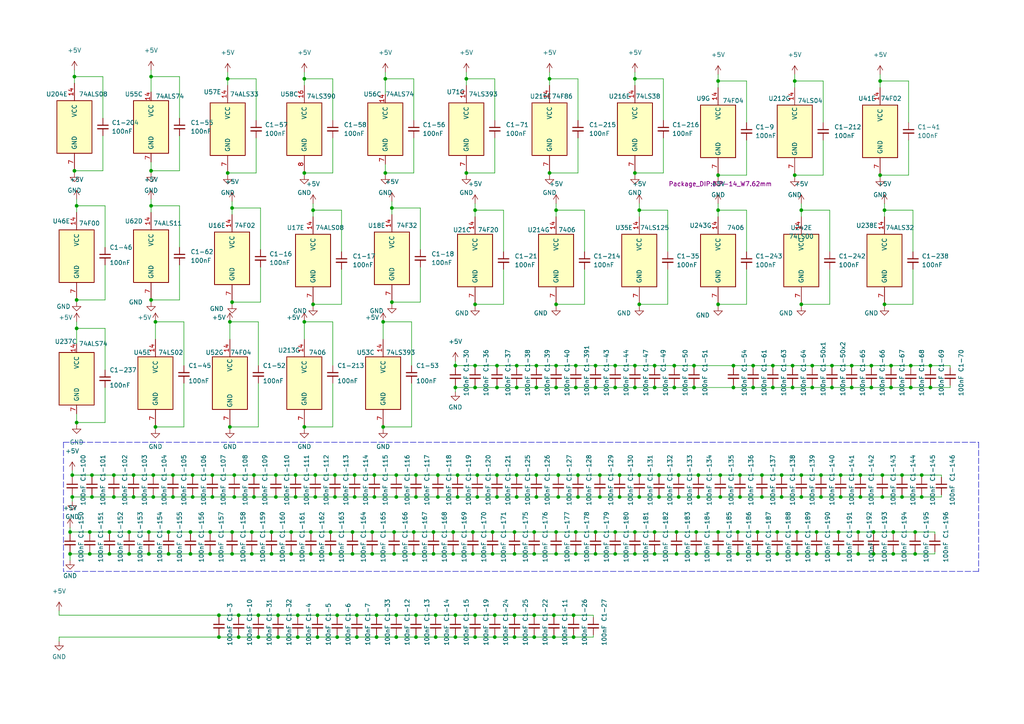
<source format=kicad_sch>
(kicad_sch (version 20211123) (generator eeschema)

  (uuid 89209114-3c9d-42db-9905-d42364e77851)

  (paper "A4")

  

  (junction (at 232.41 144.145) (diameter 0) (color 0 0 0 0)
    (uuid 000415c1-ae9e-4855-8af7-43d4477f5262)
  )
  (junction (at 167.005 106.045) (diameter 0) (color 0 0 0 0)
    (uuid 01157fbb-c337-472c-8822-6fa7dc147ac9)
  )
  (junction (at 20.955 144.145) (diameter 0) (color 0 0 0 0)
    (uuid 02ab2c87-49db-4844-a166-b62cc6aff27a)
  )
  (junction (at 189.865 160.655) (diameter 0) (color 0 0 0 0)
    (uuid 05d11909-1b1e-47c7-a9de-1577bc39a2e6)
  )
  (junction (at 90.17 154.305) (diameter 0) (color 0 0 0 0)
    (uuid 06d60902-51fb-41e1-98e8-8deec19d09a9)
  )
  (junction (at 43.815 49.53) (diameter 0) (color 0 0 0 0)
    (uuid 07be7741-063c-457b-81f7-67505cc82f79)
  )
  (junction (at 74.93 178.435) (diameter 0) (color 0 0 0 0)
    (uuid 08f7ce15-b71a-466e-b830-9f6d1bb74aff)
  )
  (junction (at 86.36 184.785) (diameter 0) (color 0 0 0 0)
    (uuid 0a0a31ae-2e35-4353-9a2b-b59f61370e27)
  )
  (junction (at 132.08 178.435) (diameter 0) (color 0 0 0 0)
    (uuid 0a6d79d2-4d34-4a22-8b6b-ea16ad3e8a4b)
  )
  (junction (at 50.165 137.795) (diameter 0) (color 0 0 0 0)
    (uuid 0a9fae74-8210-4fac-9578-269d58b32399)
  )
  (junction (at 88.265 93.345) (diameter 0) (color 0 0 0 0)
    (uuid 0bce0ed4-6ff6-4d7f-b16b-4315f8986793)
  )
  (junction (at 243.205 160.655) (diameter 0) (color 0 0 0 0)
    (uuid 0bf206b6-8acc-4a14-842a-2098d4e3a601)
  )
  (junction (at 20.955 137.795) (diameter 0) (color 0 0 0 0)
    (uuid 0dc24766-b227-48c8-8f3c-2a28370be71c)
  )
  (junction (at 178.435 106.045) (diameter 0) (color 0 0 0 0)
    (uuid 0ecc82c8-4e4d-4206-846d-c822a7e05093)
  )
  (junction (at 184.15 112.395) (diameter 0) (color 0 0 0 0)
    (uuid 1095af59-20e5-4be5-a7b9-ea44a2f58559)
  )
  (junction (at 247.015 112.395) (diameter 0) (color 0 0 0 0)
    (uuid 1156157d-9940-44d3-b402-8cdce6a85eef)
  )
  (junction (at 55.88 144.145) (diameter 0) (color 0 0 0 0)
    (uuid 119508ee-ff93-456e-be87-1bbefe42358c)
  )
  (junction (at 208.28 60.96) (diameter 0) (color 0 0 0 0)
    (uuid 11da7823-d103-4861-ab2c-077e234cef9d)
  )
  (junction (at 132.715 144.145) (diameter 0) (color 0 0 0 0)
    (uuid 13751425-9cc4-4c27-8132-a33c958dabee)
  )
  (junction (at 264.16 106.045) (diameter 0) (color 0 0 0 0)
    (uuid 14655a8a-50aa-4162-8157-4c77f9138b40)
  )
  (junction (at 235.585 106.045) (diameter 0) (color 0 0 0 0)
    (uuid 17fccac9-c343-48c6-96e1-7cc659a71533)
  )
  (junction (at 86.36 178.435) (diameter 0) (color 0 0 0 0)
    (uuid 18209702-9073-4cb9-b479-279712398e42)
  )
  (junction (at 184.15 154.305) (diameter 0) (color 0 0 0 0)
    (uuid 18d8b493-28b6-465c-8d8f-c4b7f36b89ea)
  )
  (junction (at 22.225 86.995) (diameter 0) (color 0 0 0 0)
    (uuid 193c30a7-193a-4684-a834-b965a6ad123f)
  )
  (junction (at 137.795 112.395) (diameter 0) (color 0 0 0 0)
    (uuid 19b49ac7-2432-46ca-8159-7a6bbade866b)
  )
  (junction (at 113.665 87.63) (diameter 0) (color 0 0 0 0)
    (uuid 1a0d134e-fea1-48d9-a927-53b56323a022)
  )
  (junction (at 256.54 60.96) (diameter 0) (color 0 0 0 0)
    (uuid 1a8f3dcb-e688-4575-8368-bf4d7e2ef7be)
  )
  (junction (at 225.425 154.305) (diameter 0) (color 0 0 0 0)
    (uuid 1b817cb6-8ef7-4984-9521-3866854fc196)
  )
  (junction (at 155.575 106.045) (diameter 0) (color 0 0 0 0)
    (uuid 1c6198a0-26d4-45e6-84af-b5a15084cb53)
  )
  (junction (at 21.59 49.53) (diameter 0) (color 0 0 0 0)
    (uuid 1d0efc31-f310-4b85-a5ac-77df1888a295)
  )
  (junction (at 173.99 144.145) (diameter 0) (color 0 0 0 0)
    (uuid 1d99b663-920e-4297-95d2-581375bd7074)
  )
  (junction (at 149.86 106.045) (diameter 0) (color 0 0 0 0)
    (uuid 1e863f98-0e91-4d9a-b786-d9ace0012601)
  )
  (junction (at 196.85 144.145) (diameter 0) (color 0 0 0 0)
    (uuid 20cdf252-8380-415e-9a8d-301f9a694f0e)
  )
  (junction (at 126.365 184.785) (diameter 0) (color 0 0 0 0)
    (uuid 224885b9-69f9-406a-9a21-337c871e29d3)
  )
  (junction (at 132.08 184.785) (diameter 0) (color 0 0 0 0)
    (uuid 23bdd0b6-9863-4985-839f-50d0ae19705b)
  )
  (junction (at 45.085 123.825) (diameter 0) (color 0 0 0 0)
    (uuid 26ab2cdd-08f1-44f6-85c9-4e07bfb3e9c5)
  )
  (junction (at 161.29 88.265) (diameter 0) (color 0 0 0 0)
    (uuid 28a88fae-9892-4706-83ed-3c5f7d790b12)
  )
  (junction (at 208.28 50.8) (diameter 0) (color 0 0 0 0)
    (uuid 2a04cf29-eded-46e3-b91d-60bb677eb710)
  )
  (junction (at 161.925 137.795) (diameter 0) (color 0 0 0 0)
    (uuid 2a45a63e-8794-43dc-a76c-8531c9c6ce4e)
  )
  (junction (at 137.795 178.435) (diameter 0) (color 0 0 0 0)
    (uuid 2acef3ed-aade-4e8b-ab8e-5835b3511060)
  )
  (junction (at 26.035 160.655) (diameter 0) (color 0 0 0 0)
    (uuid 2b34fb65-87e0-440e-babd-3ff87e4b2625)
  )
  (junction (at 43.815 22.225) (diameter 0) (color 0 0 0 0)
    (uuid 2d0442a3-a4eb-43f4-9630-9d6aa670af74)
  )
  (junction (at 232.41 88.265) (diameter 0) (color 0 0 0 0)
    (uuid 2e872e7f-8627-4c9a-8dd8-d10104f09ad2)
  )
  (junction (at 196.215 154.305) (diameter 0) (color 0 0 0 0)
    (uuid 2f0a47de-1547-4604-a407-1203764e381a)
  )
  (junction (at 85.725 144.145) (diameter 0) (color 0 0 0 0)
    (uuid 2f2930f3-1dce-4488-8c32-f38a299ffee9)
  )
  (junction (at 127 137.795) (diameter 0) (color 0 0 0 0)
    (uuid 315e70ec-949c-46e8-b3d5-09b854c511a4)
  )
  (junction (at 138.43 144.145) (diameter 0) (color 0 0 0 0)
    (uuid 31da1fd1-0656-4021-ac59-d282883f4308)
  )
  (junction (at 201.93 154.305) (diameter 0) (color 0 0 0 0)
    (uuid 322d409a-c751-4719-a7a8-5765668fd094)
  )
  (junction (at 66.675 123.825) (diameter 0) (color 0 0 0 0)
    (uuid 323325c8-7e65-40e6-aa47-020275522966)
  )
  (junction (at 61.595 144.145) (diameter 0) (color 0 0 0 0)
    (uuid 338d6c01-344a-4ea3-9668-37fcb84b8a23)
  )
  (junction (at 60.96 154.305) (diameter 0) (color 0 0 0 0)
    (uuid 33a18710-4675-4e3d-9cee-9fcf2de4b437)
  )
  (junction (at 50.165 144.145) (diameter 0) (color 0 0 0 0)
    (uuid 344eb9a9-4d8f-4eca-945c-2384738734a1)
  )
  (junction (at 44.45 137.795) (diameter 0) (color 0 0 0 0)
    (uuid 3526a73f-24c2-48f2-8dae-8666dbfd34a5)
  )
  (junction (at 114.935 184.785) (diameter 0) (color 0 0 0 0)
    (uuid 35dddb8c-7113-491d-a867-419b8e31b715)
  )
  (junction (at 73.66 144.145) (diameter 0) (color 0 0 0 0)
    (uuid 36208479-71e0-41be-8c65-3c8caef3cf79)
  )
  (junction (at 195.58 106.045) (diameter 0) (color 0 0 0 0)
    (uuid 36caba39-b83e-4f62-b708-ffbeb9903d12)
  )
  (junction (at 22.225 122.555) (diameter 0) (color 0 0 0 0)
    (uuid 375f9b0a-4573-4a8f-93bd-88c6c93ac79d)
  )
  (junction (at 20.32 154.305) (diameter 0) (color 0 0 0 0)
    (uuid 37dee533-07e7-47bd-b516-168f97e0bbaa)
  )
  (junction (at 113.665 60.325) (diameter 0) (color 0 0 0 0)
    (uuid 38dc00bd-35a3-48ec-a569-46be945ae416)
  )
  (junction (at 80.645 184.785) (diameter 0) (color 0 0 0 0)
    (uuid 391bfc18-42c2-485a-870a-4eb5ac27483e)
  )
  (junction (at 132.08 112.395) (diameter 0) (color 0 0 0 0)
    (uuid 3a0fef51-00ff-40a2-b4d4-6bad672eb56d)
  )
  (junction (at 43.18 154.305) (diameter 0) (color 0 0 0 0)
    (uuid 3a6b35fe-170d-44c7-adb6-27958bb6433b)
  )
  (junction (at 120.65 137.795) (diameter 0) (color 0 0 0 0)
    (uuid 3b4524c0-11af-41e6-98ce-9dcc5d4f8bad)
  )
  (junction (at 166.37 178.435) (diameter 0) (color 0 0 0 0)
    (uuid 3bc3b8ae-bd28-49aa-ba5b-c97bd02f3c33)
  )
  (junction (at 111.125 123.825) (diameter 0) (color 0 0 0 0)
    (uuid 3cbd5e53-6d33-40e8-86e5-2440b7dce558)
  )
  (junction (at 97.155 144.145) (diameter 0) (color 0 0 0 0)
    (uuid 3e3398c0-9695-47e5-91e4-a317d99a04e0)
  )
  (junction (at 80.01 137.795) (diameter 0) (color 0 0 0 0)
    (uuid 3e5fdb38-4d4a-4377-b482-41767bf21d51)
  )
  (junction (at 178.435 154.305) (diameter 0) (color 0 0 0 0)
    (uuid 40fbc253-0df7-4dc2-a0ef-07ffbd2bbda1)
  )
  (junction (at 149.225 160.655) (diameter 0) (color 0 0 0 0)
    (uuid 41a95a9e-8ae6-4bce-8e64-0a81cc98de17)
  )
  (junction (at 185.42 137.795) (diameter 0) (color 0 0 0 0)
    (uuid 41c0acb3-6614-4358-9e4c-c51ee9561c14)
  )
  (junction (at 230.505 23.495) (diameter 0) (color 0 0 0 0)
    (uuid 427d8fd4-05c3-4321-bd6b-4c4fe11874eb)
  )
  (junction (at 135.255 50.165) (diameter 0) (color 0 0 0 0)
    (uuid 42a37fda-8dfe-418e-a66c-e1731e5c82fb)
  )
  (junction (at 261.62 144.145) (diameter 0) (color 0 0 0 0)
    (uuid 42ed0bcf-6ba2-4268-a403-51fcb143c7db)
  )
  (junction (at 226.695 144.145) (diameter 0) (color 0 0 0 0)
    (uuid 44e70ce9-cc3b-40b6-aedc-b1be3669eceb)
  )
  (junction (at 67.945 137.795) (diameter 0) (color 0 0 0 0)
    (uuid 45604653-a94c-423b-874c-9a18dbf6d60e)
  )
  (junction (at 43.815 59.69) (diameter 0) (color 0 0 0 0)
    (uuid 456d764a-9c76-46ff-a481-3aad1c45be49)
  )
  (junction (at 149.86 144.145) (diameter 0) (color 0 0 0 0)
    (uuid 46d94be9-89f0-42b3-b3a9-118e2890728a)
  )
  (junction (at 120.65 184.785) (diameter 0) (color 0 0 0 0)
    (uuid 49c68c23-5e85-4211-9a4f-def57ac82f79)
  )
  (junction (at 114.3 154.305) (diameter 0) (color 0 0 0 0)
    (uuid 4ad34752-8d38-4a2b-a32b-6d05c842d28d)
  )
  (junction (at 255.905 144.145) (diameter 0) (color 0 0 0 0)
    (uuid 4ad41d89-2599-4a25-82a7-70a7ead5ee95)
  )
  (junction (at 69.215 184.785) (diameter 0) (color 0 0 0 0)
    (uuid 4c1aaf8a-e456-4aae-b75e-f77424021575)
  )
  (junction (at 167.64 137.795) (diameter 0) (color 0 0 0 0)
    (uuid 4c940be7-8245-4456-8fba-5a7b182eb173)
  )
  (junction (at 189.865 154.305) (diameter 0) (color 0 0 0 0)
    (uuid 4cf19753-6625-49ab-887f-729059adb67a)
  )
  (junction (at 149.225 178.435) (diameter 0) (color 0 0 0 0)
    (uuid 503136a6-8d8b-4923-9da5-1d69963f079c)
  )
  (junction (at 135.255 22.86) (diameter 0) (color 0 0 0 0)
    (uuid 50f2bc7a-07b8-4ce8-bb64-37cd599629b7)
  )
  (junction (at 137.795 184.785) (diameter 0) (color 0 0 0 0)
    (uuid 514c57f2-4083-4e57-bcd7-70d3ff8f9822)
  )
  (junction (at 178.435 160.655) (diameter 0) (color 0 0 0 0)
    (uuid 518e16f2-75c5-4765-9989-81f151796abf)
  )
  (junction (at 144.145 144.145) (diameter 0) (color 0 0 0 0)
    (uuid 53ee104f-2e79-4014-a0c8-dd83cfb461af)
  )
  (junction (at 73.025 154.305) (diameter 0) (color 0 0 0 0)
    (uuid 545d5e64-9cf0-463d-b201-9b7ca3222a4f)
  )
  (junction (at 48.895 160.655) (diameter 0) (color 0 0 0 0)
    (uuid 554e5d39-67ce-4934-9216-8b7abea0b872)
  )
  (junction (at 258.445 112.395) (diameter 0) (color 0 0 0 0)
    (uuid 5564f5a8-1281-49f0-98a8-b0a0db6c6616)
  )
  (junction (at 214.63 137.795) (diameter 0) (color 0 0 0 0)
    (uuid 55b48b09-bb89-4ae7-aeca-b7bebdae68a5)
  )
  (junction (at 92.075 184.785) (diameter 0) (color 0 0 0 0)
    (uuid 55d0283d-6c08-4b80-b635-5f36a1f301ac)
  )
  (junction (at 142.875 154.305) (diameter 0) (color 0 0 0 0)
    (uuid 55d29086-1e53-42b7-a89c-f1e89e96a20f)
  )
  (junction (at 160.655 178.435) (diameter 0) (color 0 0 0 0)
    (uuid 564306cf-5906-4100-abb9-5a4103504e81)
  )
  (junction (at 267.335 144.145) (diameter 0) (color 0 0 0 0)
    (uuid 573aa44f-cea2-4f2d-9075-de15874e4bc5)
  )
  (junction (at 38.735 144.145) (diameter 0) (color 0 0 0 0)
    (uuid 579ab6de-2b59-4c4c-9d64-fcb763aca8b0)
  )
  (junction (at 111.76 22.86) (diameter 0) (color 0 0 0 0)
    (uuid 58016130-b5ec-4a23-a426-9ad021c25e8b)
  )
  (junction (at 161.29 112.395) (diameter 0) (color 0 0 0 0)
    (uuid 58259323-bbe5-4644-ada4-1fd0f6e59074)
  )
  (junction (at 84.455 160.655) (diameter 0) (color 0 0 0 0)
    (uuid 59dbc50c-9b1d-4874-9ffc-8f53044f6774)
  )
  (junction (at 67.31 87.63) (diameter 0) (color 0 0 0 0)
    (uuid 5abfd5dc-9515-4e20-bf9e-1c6912425b41)
  )
  (junction (at 261.62 137.795) (diameter 0) (color 0 0 0 0)
    (uuid 5ba2b253-7b53-4c9a-ab5f-28a8efc52d2b)
  )
  (junction (at 195.58 112.395) (diameter 0) (color 0 0 0 0)
    (uuid 5c266763-5d6d-4a77-9ab3-361d7ba5c51a)
  )
  (junction (at 108.585 144.145) (diameter 0) (color 0 0 0 0)
    (uuid 5c3fa1c0-a9bd-4c96-a06c-94105ad2e898)
  )
  (junction (at 231.14 154.305) (diameter 0) (color 0 0 0 0)
    (uuid 5ca7cb72-7b0b-4082-9d45-0c3005bf4079)
  )
  (junction (at 67.31 154.305) (diameter 0) (color 0 0 0 0)
    (uuid 5ce55f19-3a7d-4033-9635-7db9cb5caaaa)
  )
  (junction (at 241.3 106.045) (diameter 0) (color 0 0 0 0)
    (uuid 5d094a33-b40f-4c09-bd2f-6a2f27c49c79)
  )
  (junction (at 214.63 144.145) (diameter 0) (color 0 0 0 0)
    (uuid 5d6545f5-96fb-45c4-8b2b-3908aca1a352)
  )
  (junction (at 97.155 137.795) (diameter 0) (color 0 0 0 0)
    (uuid 5de84cfd-596d-4296-9496-1ef822390b0e)
  )
  (junction (at 189.865 106.045) (diameter 0) (color 0 0 0 0)
    (uuid 5e3c480c-fa17-4ca6-a843-c1a0760d0b7c)
  )
  (junction (at 219.71 160.655) (diameter 0) (color 0 0 0 0)
    (uuid 5e40b2a8-f082-4ebd-bf42-29c2495e0b57)
  )
  (junction (at 154.94 184.785) (diameter 0) (color 0 0 0 0)
    (uuid 5e74f79f-65f7-418e-9d5c-4516e1e79005)
  )
  (junction (at 208.28 160.655) (diameter 0) (color 0 0 0 0)
    (uuid 5ed0527e-d5c3-4841-8711-948013c0c822)
  )
  (junction (at 45.085 93.345) (diameter 0) (color 0 0 0 0)
    (uuid 5f7006a2-8ab2-42e2-987e-8d8874d033ab)
  )
  (junction (at 114.935 144.145) (diameter 0) (color 0 0 0 0)
    (uuid 5fa59fa6-7703-447d-94c7-2d49b07eaa5a)
  )
  (junction (at 66.04 22.86) (diameter 0) (color 0 0 0 0)
    (uuid 627e5e76-8eae-4101-b1b9-eec99de27d1c)
  )
  (junction (at 229.87 112.395) (diameter 0) (color 0 0 0 0)
    (uuid 640c9ec5-4e80-4fa4-ba66-b830470c9f05)
  )
  (junction (at 212.725 106.045) (diameter 0) (color 0 0 0 0)
    (uuid 64fd00b0-99c3-4f86-bc78-ce403b00956c)
  )
  (junction (at 66.675 93.345) (diameter 0) (color 0 0 0 0)
    (uuid 65d9580a-6b6a-4bfe-8886-4771fcc29f04)
  )
  (junction (at 67.31 60.325) (diameter 0) (color 0 0 0 0)
    (uuid 678f97f1-983f-43db-8b37-e3e7c14c5cea)
  )
  (junction (at 144.145 112.395) (diameter 0) (color 0 0 0 0)
    (uuid 6806873b-5247-43c2-9a10-f7e942324742)
  )
  (junction (at 67.945 144.145) (diameter 0) (color 0 0 0 0)
    (uuid 682d82df-70ff-40c0-ba59-9300ce2ec210)
  )
  (junction (at 109.22 178.435) (diameter 0) (color 0 0 0 0)
    (uuid 6946c3b2-4f14-4473-93d3-2adfed38a33d)
  )
  (junction (at 132.08 106.045) (diameter 0) (color 0 0 0 0)
    (uuid 69b920ed-baf5-47be-852e-238ba64c39b1)
  )
  (junction (at 111.76 50.165) (diameter 0) (color 0 0 0 0)
    (uuid 6b5eb915-6219-4166-80a3-c0e16d9524ec)
  )
  (junction (at 80.645 178.435) (diameter 0) (color 0 0 0 0)
    (uuid 6b8313cd-99fa-48ab-aa7c-c69f7d67b844)
  )
  (junction (at 243.205 154.305) (diameter 0) (color 0 0 0 0)
    (uuid 6bdd314c-fb0a-400d-bbf3-22ac00aa13e5)
  )
  (junction (at 155.575 144.145) (diameter 0) (color 0 0 0 0)
    (uuid 6bf042d1-3533-4842-9017-ad36408ae589)
  )
  (junction (at 91.44 137.795) (diameter 0) (color 0 0 0 0)
    (uuid 6c2f687e-9030-4b7c-ab4a-42d27c957fc8)
  )
  (junction (at 69.215 178.435) (diameter 0) (color 0 0 0 0)
    (uuid 6c6782d5-afd7-4027-b588-37758a6cca28)
  )
  (junction (at 208.915 137.795) (diameter 0) (color 0 0 0 0)
    (uuid 6d19a6e2-38f0-4644-a521-8ea0286a15e6)
  )
  (junction (at 126.365 178.435) (diameter 0) (color 0 0 0 0)
    (uuid 6ddcec50-b084-422a-8de6-2c7fcc361011)
  )
  (junction (at 31.75 154.305) (diameter 0) (color 0 0 0 0)
    (uuid 6e7b2ff7-6566-4b30-a733-a356ed3bc772)
  )
  (junction (at 172.72 112.395) (diameter 0) (color 0 0 0 0)
    (uuid 6ead8547-f46e-4614-9c2f-368a0066c7b1)
  )
  (junction (at 84.455 154.305) (diameter 0) (color 0 0 0 0)
    (uuid 6fd692a5-b15d-4d00-b734-b7f667291253)
  )
  (junction (at 196.85 137.795) (diameter 0) (color 0 0 0 0)
    (uuid 70a097a2-d746-4ef6-864f-5e2cac21eb0e)
  )
  (junction (at 155.575 112.395) (diameter 0) (color 0 0 0 0)
    (uuid 710f3c99-3ef8-47c2-90b1-2441fe884b55)
  )
  (junction (at 265.43 160.655) (diameter 0) (color 0 0 0 0)
    (uuid 711d6399-9fe4-4761-91b2-214ad7bf0caf)
  )
  (junction (at 225.425 160.655) (diameter 0) (color 0 0 0 0)
    (uuid 716f58b5-9f22-4117-a8d7-660712892967)
  )
  (junction (at 191.135 137.795) (diameter 0) (color 0 0 0 0)
    (uuid 7268b972-1333-4f4e-8c14-25df488a0426)
  )
  (junction (at 26.035 154.305) (diameter 0) (color 0 0 0 0)
    (uuid 74dfdf8f-8383-46b8-9569-bc173bd8c005)
  )
  (junction (at 33.02 137.795) (diameter 0) (color 0 0 0 0)
    (uuid 750dbe2f-c58b-4405-a18e-59e5af97ad35)
  )
  (junction (at 111.125 93.345) (diameter 0) (color 0 0 0 0)
    (uuid 759f1119-5b9d-4956-aaa1-e2ebae4cab90)
  )
  (junction (at 208.915 144.145) (diameter 0) (color 0 0 0 0)
    (uuid 75a39fa2-ac25-4c29-9660-779bb47c306c)
  )
  (junction (at 241.3 112.395) (diameter 0) (color 0 0 0 0)
    (uuid 76631fc8-0912-4d23-ad46-9edea043e28f)
  )
  (junction (at 220.98 144.145) (diameter 0) (color 0 0 0 0)
    (uuid 76c7cce6-f82d-4a12-90b3-754459530e55)
  )
  (junction (at 265.43 154.305) (diameter 0) (color 0 0 0 0)
    (uuid 776ac90b-4191-4698-99bd-32df3d52f2fe)
  )
  (junction (at 218.44 106.045) (diameter 0) (color 0 0 0 0)
    (uuid 78c8a6c1-aeef-45b0-95a0-01a86fe8e55d)
  )
  (junction (at 55.245 154.305) (diameter 0) (color 0 0 0 0)
    (uuid 7946a2b5-9aa8-4aad-8cd6-5e9123cff8ad)
  )
  (junction (at 149.86 112.395) (diameter 0) (color 0 0 0 0)
    (uuid 79a6aee4-5255-4c8c-86b7-87f9bf0b4586)
  )
  (junction (at 138.43 137.795) (diameter 0) (color 0 0 0 0)
    (uuid 7a498d61-ac4f-4a07-8798-a88a491fd302)
  )
  (junction (at 255.905 137.795) (diameter 0) (color 0 0 0 0)
    (uuid 7aaf18dc-6855-432a-855c-f56bc2fd54d6)
  )
  (junction (at 55.245 160.655) (diameter 0) (color 0 0 0 0)
    (uuid 7ad83c47-7ae8-4d2a-a174-18f70d0d1a5c)
  )
  (junction (at 88.265 22.86) (diameter 0) (color 0 0 0 0)
    (uuid 7bf3dfc2-caf7-4dd5-abb9-a3029d1d95ae)
  )
  (junction (at 243.84 144.145) (diameter 0) (color 0 0 0 0)
    (uuid 7ca88b08-2122-400b-a355-8abab675de76)
  )
  (junction (at 33.02 144.145) (diameter 0) (color 0 0 0 0)
    (uuid 7cba5727-b9e8-4384-80c0-037f49f9ea17)
  )
  (junction (at 249.555 144.145) (diameter 0) (color 0 0 0 0)
    (uuid 7d91537e-5a28-44ec-b30a-eedb7d5b1943)
  )
  (junction (at 26.67 144.145) (diameter 0) (color 0 0 0 0)
    (uuid 7e04703a-16fd-408e-80ff-3797085242ed)
  )
  (junction (at 102.87 137.795) (diameter 0) (color 0 0 0 0)
    (uuid 81c56838-a8b5-4019-928a-b94c836f7044)
  )
  (junction (at 255.27 23.495) (diameter 0) (color 0 0 0 0)
    (uuid 83c6d607-e87a-4aa7-9a60-bc01ca047f39)
  )
  (junction (at 109.22 184.785) (diameter 0) (color 0 0 0 0)
    (uuid 8480383a-489e-4c1c-9085-e39863476f55)
  )
  (junction (at 120.65 144.145) (diameter 0) (color 0 0 0 0)
    (uuid 85462878-83df-46d1-8278-a1b83e8d1cee)
  )
  (junction (at 235.585 112.395) (diameter 0) (color 0 0 0 0)
    (uuid 884d2388-077b-4761-bfb2-530af30a274d)
  )
  (junction (at 191.135 144.145) (diameter 0) (color 0 0 0 0)
    (uuid 8870ffd3-5663-446c-a225-d4116b8c5cb9)
  )
  (junction (at 243.84 137.795) (diameter 0) (color 0 0 0 0)
    (uuid 88e3831b-6c83-4d10-8457-cf93e23195d4)
  )
  (junction (at 43.18 160.655) (diameter 0) (color 0 0 0 0)
    (uuid 8949d36c-0513-4c0c-a777-d46912fbeb79)
  )
  (junction (at 224.155 112.395) (diameter 0) (color 0 0 0 0)
    (uuid 896e727a-a4fc-4175-8ed0-95f7678423b0)
  )
  (junction (at 92.075 178.435) (diameter 0) (color 0 0 0 0)
    (uuid 89ff5cff-34a6-44f6-8f3d-840065ed1204)
  )
  (junction (at 167.64 144.145) (diameter 0) (color 0 0 0 0)
    (uuid 8a6c5785-7e0f-46b9-88a1-5e981354ff42)
  )
  (junction (at 37.465 160.655) (diameter 0) (color 0 0 0 0)
    (uuid 8a9a2428-a38a-4b0b-b239-9b0fa5839eb6)
  )
  (junction (at 166.37 184.785) (diameter 0) (color 0 0 0 0)
    (uuid 8b1f0a0f-e157-42e4-81e7-78b6c07e0d9b)
  )
  (junction (at 114.3 160.655) (diameter 0) (color 0 0 0 0)
    (uuid 8c82ee4b-0313-4dc4-998e-b4026caf009d)
  )
  (junction (at 236.855 154.305) (diameter 0) (color 0 0 0 0)
    (uuid 8cbadaf8-4730-467e-9b69-ded7b28882d8)
  )
  (junction (at 236.855 160.655) (diameter 0) (color 0 0 0 0)
    (uuid 90b88ef9-ddfc-4071-8a53-05353d6b9142)
  )
  (junction (at 55.88 137.795) (diameter 0) (color 0 0 0 0)
    (uuid 92b9d3ee-da01-4d43-92ef-05897ab68974)
  )
  (junction (at 230.505 50.8) (diameter 0) (color 0 0 0 0)
    (uuid 9309f4cd-b985-4265-ab75-be2cf24ad08c)
  )
  (junction (at 202.565 144.145) (diameter 0) (color 0 0 0 0)
    (uuid 93911298-48ae-499a-9626-20dde0cb1da0)
  )
  (junction (at 213.995 160.655) (diameter 0) (color 0 0 0 0)
    (uuid 93c54d2e-f5d6-443e-8167-19a1fe9ad23a)
  )
  (junction (at 125.73 160.655) (diameter 0) (color 0 0 0 0)
    (uuid 95098d7b-915a-4445-93b3-bbe10429cbef)
  )
  (junction (at 247.015 106.045) (diameter 0) (color 0 0 0 0)
    (uuid 9570c6e1-943b-4f46-b406-422ffa3e0e0e)
  )
  (junction (at 229.87 106.045) (diameter 0) (color 0 0 0 0)
    (uuid 964302f7-2e5f-42ab-a512-b667abbe8af2)
  )
  (junction (at 248.92 154.305) (diameter 0) (color 0 0 0 0)
    (uuid 97cc1dde-4f70-45ff-9e62-d1d93913cb0d)
  )
  (junction (at 38.735 137.795) (diameter 0) (color 0 0 0 0)
    (uuid 98788489-9c25-434b-8c6d-906680e03a12)
  )
  (junction (at 95.885 154.305) (diameter 0) (color 0 0 0 0)
    (uuid 989be45a-b387-43d4-90d1-8057589abaa4)
  )
  (junction (at 172.72 160.655) (diameter 0) (color 0 0 0 0)
    (uuid 98cbe026-066b-4788-89ab-37b55e3a616a)
  )
  (junction (at 127 144.145) (diameter 0) (color 0 0 0 0)
    (uuid 9aab9eba-c8a5-49c3-a44a-c6c5052c261b)
  )
  (junction (at 154.94 178.435) (diameter 0) (color 0 0 0 0)
    (uuid 9c422bbe-0fb6-45f8-bc2e-a83d22e876cf)
  )
  (junction (at 91.44 144.145) (diameter 0) (color 0 0 0 0)
    (uuid 9da5b910-49f6-4913-8229-e3fb82db518e)
  )
  (junction (at 267.335 137.795) (diameter 0) (color 0 0 0 0)
    (uuid 9de3689d-55ff-43f1-b135-b0444cbf7b05)
  )
  (junction (at 108.585 137.795) (diameter 0) (color 0 0 0 0)
    (uuid 9fbc10bc-1b75-49ff-be7b-7c2dffb9f529)
  )
  (junction (at 196.215 160.655) (diameter 0) (color 0 0 0 0)
    (uuid a24f4b8c-970e-4712-9522-ca8b15b9b654)
  )
  (junction (at 44.45 144.145) (diameter 0) (color 0 0 0 0)
    (uuid a324472c-6813-4eb7-a35b-6c4bc9ab8f3a)
  )
  (junction (at 90.805 60.96) (diameter 0) (color 0 0 0 0)
    (uuid a39c081c-5ce6-4676-bca2-4f086f0c5ef4)
  )
  (junction (at 149.86 137.795) (diameter 0) (color 0 0 0 0)
    (uuid a4b87000-89eb-404e-afe2-70bd4c5ec20c)
  )
  (junction (at 107.95 160.655) (diameter 0) (color 0 0 0 0)
    (uuid a63eaa4f-295a-4dd7-9ad3-45dd3e24d3b8)
  )
  (junction (at 142.875 160.655) (diameter 0) (color 0 0 0 0)
    (uuid a700815c-9138-4fad-8ae0-740dcbcbefae)
  )
  (junction (at 208.28 88.265) (diameter 0) (color 0 0 0 0)
    (uuid a849d7ae-2eb8-4901-96e3-c0262b78088a)
  )
  (junction (at 137.795 106.045) (diameter 0) (color 0 0 0 0)
    (uuid a8595f00-c9e8-49b0-a41b-8725478ea841)
  )
  (junction (at 31.75 160.655) (diameter 0) (color 0 0 0 0)
    (uuid a979ed82-f668-4ae0-b329-e57b237a6b32)
  )
  (junction (at 137.795 60.96) (diameter 0) (color 0 0 0 0)
    (uuid ab6e11ce-3008-4af2-8508-b6a27662c7c9)
  )
  (junction (at 114.935 137.795) (diameter 0) (color 0 0 0 0)
    (uuid aca76be6-4a51-44dd-87a6-784742538f6e)
  )
  (junction (at 238.125 144.145) (diameter 0) (color 0 0 0 0)
    (uuid adc4d9be-a8a2-4868-bc38-b5902d9e63ff)
  )
  (junction (at 154.94 154.305) (diameter 0) (color 0 0 0 0)
    (uuid add521f4-7ee2-40e1-8e99-923263660af9)
  )
  (junction (at 253.365 160.655) (diameter 0) (color 0 0 0 0)
    (uuid ae18a7dd-c266-468a-9086-a002209b92a2)
  )
  (junction (at 78.74 154.305) (diameter 0) (color 0 0 0 0)
    (uuid ae3565ab-7b46-4d03-81ed-c9a70e71b231)
  )
  (junction (at 61.595 137.795) (diameter 0) (color 0 0 0 0)
    (uuid afa2a024-9238-4e8e-97c3-eed3d8b43e8c)
  )
  (junction (at 172.72 106.045) (diameter 0) (color 0 0 0 0)
    (uuid afb80f0a-ed17-4a4a-845c-780acdd07446)
  )
  (junction (at 213.995 154.305) (diameter 0) (color 0 0 0 0)
    (uuid b0636fef-73c3-4f05-bd85-551272c0fce6)
  )
  (junction (at 90.17 160.655) (diameter 0) (color 0 0 0 0)
    (uuid b0b8d68a-9ab1-48a0-877e-9c0f0d87e575)
  )
  (junction (at 21.59 22.225) (diameter 0) (color 0 0 0 0)
    (uuid b1e6bd2b-eff1-4c24-8615-3a5cc4e35ea8)
  )
  (junction (at 120.65 178.435) (diameter 0) (color 0 0 0 0)
    (uuid b2700737-2f39-4924-8497-5760fddc864b)
  )
  (junction (at 256.54 88.265) (diameter 0) (color 0 0 0 0)
    (uuid b2bb78da-87d3-43c0-9583-4261ed109cd9)
  )
  (junction (at 102.87 144.145) (diameter 0) (color 0 0 0 0)
    (uuid b532c897-cabb-42cb-ab8a-c4c3aa3f2692)
  )
  (junction (at 167.005 112.395) (diameter 0) (color 0 0 0 0)
    (uuid b567b68c-9e12-4a28-a6da-58fe1f43c5cf)
  )
  (junction (at 48.895 154.305) (diameter 0) (color 0 0 0 0)
    (uuid b73ed805-42cc-4963-927c-bf4c44c35aa4)
  )
  (junction (at 63.5 184.785) (diameter 0) (color 0 0 0 0)
    (uuid b7ba6ce6-cec1-4bdf-81cf-aa38d2836fc4)
  )
  (junction (at 218.44 112.395) (diameter 0) (color 0 0 0 0)
    (uuid b95f1e29-99a6-4f2d-92fc-24d280afe203)
  )
  (junction (at 185.42 60.96) (diameter 0) (color 0 0 0 0)
    (uuid ba698a42-7ed8-4a5c-8f01-0ef6aa0ef113)
  )
  (junction (at 107.95 154.305) (diameter 0) (color 0 0 0 0)
    (uuid bab6299e-b43c-477b-a21e-d13a6a98be22)
  )
  (junction (at 219.71 154.305) (diameter 0) (color 0 0 0 0)
    (uuid bad58dc3-3282-43cc-984e-271f0ad900a3)
  )
  (junction (at 161.29 106.045) (diameter 0) (color 0 0 0 0)
    (uuid bb628776-894b-49e1-b8ae-56752443384a)
  )
  (junction (at 224.155 106.045) (diameter 0) (color 0 0 0 0)
    (uuid bc72b7b2-6651-4251-9f73-2c1488648192)
  )
  (junction (at 185.42 144.145) (diameter 0) (color 0 0 0 0)
    (uuid bccc7af6-a4b4-4bbb-9507-4a178e8f688f)
  )
  (junction (at 264.16 112.395) (diameter 0) (color 0 0 0 0)
    (uuid bdcdcad5-2fdc-4c68-9fd9-fec0f974bd7a)
  )
  (junction (at 137.16 160.655) (diameter 0) (color 0 0 0 0)
    (uuid bddaa8d7-1468-403e-8d5f-0df38374eb23)
  )
  (junction (at 172.72 154.305) (diameter 0) (color 0 0 0 0)
    (uuid bddd98d7-2131-4c83-809e-95725d0aa040)
  )
  (junction (at 231.14 160.655) (diameter 0) (color 0 0 0 0)
    (uuid bdec4e4c-501a-42cc-838e-3721d89accb6)
  )
  (junction (at 212.725 112.395) (diameter 0) (color 0 0 0 0)
    (uuid be6f42c9-3352-4fe7-9011-505c507a0f8d)
  )
  (junction (at 143.51 184.785) (diameter 0) (color 0 0 0 0)
    (uuid bec4a2a4-e0a2-43ca-9500-e8f5ddb1d993)
  )
  (junction (at 143.51 178.435) (diameter 0) (color 0 0 0 0)
    (uuid c01e259b-6dc7-4073-bd8b-e70e0e3e3cb7)
  )
  (junction (at 63.5 178.435) (diameter 0) (color 0 0 0 0)
    (uuid c25bd326-12ce-44f7-a62d-fd4c1780a56b)
  )
  (junction (at 161.29 154.305) (diameter 0) (color 0 0 0 0)
    (uuid c3d6a229-37f0-41b2-9845-c1085194969d)
  )
  (junction (at 201.295 106.045) (diameter 0) (color 0 0 0 0)
    (uuid c7086565-ab1c-4252-affa-736b3443415a)
  )
  (junction (at 78.74 160.655) (diameter 0) (color 0 0 0 0)
    (uuid c7456528-ea1c-4398-a884-824a6bc378b3)
  )
  (junction (at 88.265 50.165) (diameter 0) (color 0 0 0 0)
    (uuid c7f34a3c-72ee-43bc-b65d-5b85d0666946)
  )
  (junction (at 184.15 50.165) (diameter 0) (color 0 0 0 0)
    (uuid c8505109-f96a-42a7-b5be-f45e221e75b7)
  )
  (junction (at 137.16 154.305) (diameter 0) (color 0 0 0 0)
    (uuid c8beb816-354c-42f7-b55e-09268f44ff4d)
  )
  (junction (at 173.99 137.795) (diameter 0) (color 0 0 0 0)
    (uuid c92924db-411d-416c-a2ed-1a9a092e1b90)
  )
  (junction (at 74.93 184.785) (diameter 0) (color 0 0 0 0)
    (uuid c948ac5a-cfd2-4d3c-b189-117a1d977a6f)
  )
  (junction (at 201.295 112.395) (diameter 0) (color 0 0 0 0)
    (uuid ca2b5ed2-8b26-44cf-a3d3-09150e2accb7)
  )
  (junction (at 120.015 154.305) (diameter 0) (color 0 0 0 0)
    (uuid cb2f552e-bd44-4795-b8f2-b01841fa95e0)
  )
  (junction (at 80.01 144.145) (diameter 0) (color 0 0 0 0)
    (uuid cbf0a768-9950-46f8-ab59-2e8b3b097b26)
  )
  (junction (at 144.145 137.795) (diameter 0) (color 0 0 0 0)
    (uuid cc9d8b5d-6502-41bf-96c0-0bed39f437cf)
  )
  (junction (at 178.435 112.395) (diameter 0) (color 0 0 0 0)
    (uuid ceafbc27-00f1-4c68-b27b-6e42a1329700)
  )
  (junction (at 26.67 137.795) (diameter 0) (color 0 0 0 0)
    (uuid ced7ff7c-1481-406f-89e3-63de824fe632)
  )
  (junction (at 184.15 160.655) (diameter 0) (color 0 0 0 0)
    (uuid cf149822-8c16-468f-8d78-cd26ba91508b)
  )
  (junction (at 208.28 23.495) (diameter 0) (color 0 0 0 0)
    (uuid cf513b05-a6c9-4642-9e4a-4d85a232d853)
  )
  (junction (at 249.555 137.795) (diameter 0) (color 0 0 0 0)
    (uuid d0194e06-8c68-4053-b126-f793bd7ef6ae)
  )
  (junction (at 184.15 22.86) (diameter 0) (color 0 0 0 0)
    (uuid d0977008-52a2-4f9c-80ec-20010624cfe7)
  )
  (junction (at 159.385 22.86) (diameter 0) (color 0 0 0 0)
    (uuid d0c2f14f-2d15-433b-8119-5a9460456826)
  )
  (junction (at 131.445 154.305) (diameter 0) (color 0 0 0 0)
    (uuid d15aa614-f483-4bc6-99b0-8707c34ee7d6)
  )
  (junction (at 132.715 137.795) (diameter 0) (color 0 0 0 0)
    (uuid d22b08d7-72d5-4869-be48-a7c6a25aa61f)
  )
  (junction (at 73.66 137.795) (diameter 0) (color 0 0 0 0)
    (uuid d4d2f38e-ccfb-4d1d-946d-200f48c91442)
  )
  (junction (at 102.235 154.305) (diameter 0) (color 0 0 0 0)
    (uuid d59a67b6-115a-429b-bd88-b11a7ffc3da2)
  )
  (junction (at 161.29 160.655) (diameter 0) (color 0 0 0 0)
    (uuid d632a992-09a4-41cf-9b5b-e02e2f69ef27)
  )
  (junction (at 67.31 160.655) (diameter 0) (color 0 0 0 0)
    (uuid d6da042a-64c8-4584-8be8-e8b55ff6c285)
  )
  (junction (at 269.875 112.395) (diameter 0) (color 0 0 0 0)
    (uuid d72f736d-5a1e-4f21-ad99-e26d5f240172)
  )
  (junction (at 255.27 50.8) (diameter 0) (color 0 0 0 0)
    (uuid d764436f-ab79-44c8-a77a-c36d50b38815)
  )
  (junction (at 201.93 160.655) (diameter 0) (color 0 0 0 0)
    (uuid dace7fe3-6b74-4564-b5f8-b58127014f48)
  )
  (junction (at 73.025 160.655) (diameter 0) (color 0 0 0 0)
    (uuid db10c4bd-e754-4669-92e1-121d73b83557)
  )
  (junction (at 97.79 178.435) (diameter 0) (color 0 0 0 0)
    (uuid db386585-1405-4362-a230-683e6e6aa274)
  )
  (junction (at 258.445 106.045) (diameter 0) (color 0 0 0 0)
    (uuid db3f3d83-8391-468a-95ef-e08cf0c5a18c)
  )
  (junction (at 149.225 184.785) (diameter 0) (color 0 0 0 0)
    (uuid db8c5ede-08cc-45c7-8722-76c50ac0cef1)
  )
  (junction (at 179.705 144.145) (diameter 0) (color 0 0 0 0)
    (uuid dcd08b31-192b-4b9a-9c25-157a6e857b88)
  )
  (junction (at 238.125 137.795) (diameter 0) (color 0 0 0 0)
    (uuid dcf40e56-a0b5-4d2b-bd09-8bb7ce7af330)
  )
  (junction (at 95.885 160.655) (diameter 0) (color 0 0 0 0)
    (uuid dd4ade40-bf0d-412a-9d7d-0e900c010453)
  )
  (junction (at 154.94 160.655) (diameter 0) (color 0 0 0 0)
    (uuid dd629888-b594-4f84-9656-c46d5259a962)
  )
  (junction (at 232.41 60.96) (diameter 0) (color 0 0 0 0)
    (uuid df494e28-6829-4207-8a5a-bf69b8e99de5)
  )
  (junction (at 131.445 160.655) (diameter 0) (color 0 0 0 0)
    (uuid e08252e7-c357-41d8-a14e-6efea1c607f4)
  )
  (junction (at 248.92 160.655) (diameter 0) (color 0 0 0 0)
    (uuid e0da4237-e465-40cd-8aec-e3ad4627b0a5)
  )
  (junction (at 149.225 154.305) (diameter 0) (color 0 0 0 0)
    (uuid e1fbe24a-e0a8-4c28-b030-b5e6eae5e6d2)
  )
  (junction (at 102.235 160.655) (diameter 0) (color 0 0 0 0)
    (uuid e20d2ecc-f8ac-4d0a-b5df-bf6d0a89ff7b)
  )
  (junction (at 160.655 184.785) (diameter 0) (color 0 0 0 0)
    (uuid e2f1b977-a713-4c71-8845-26644d737c22)
  )
  (junction (at 252.73 106.045) (diameter 0) (color 0 0 0 0)
    (uuid e31812bd-5a04-4a28-928d-c69dd57e9ef9)
  )
  (junction (at 43.815 86.995) (diameter 0) (color 0 0 0 0)
    (uuid e32fed13-40e5-450c-853e-a51b0054d009)
  )
  (junction (at 120.015 160.655) (diameter 0) (color 0 0 0 0)
    (uuid e4208294-248b-48a3-8ad9-63be857d0235)
  )
  (junction (at 202.565 137.795) (diameter 0) (color 0 0 0 0)
    (uuid e42b2d26-8fd9-43e6-9986-a9dba91b85d8)
  )
  (junction (at 252.73 112.395) (diameter 0) (color 0 0 0 0)
    (uuid e5bc8655-16d5-4185-bbf3-fd2c6ea6a590)
  )
  (junction (at 37.465 154.305) (diameter 0) (color 0 0 0 0)
    (uuid e5cf6b60-df7c-45da-ba0d-174e879afd9d)
  )
  (junction (at 90.805 88.265) (diameter 0) (color 0 0 0 0)
    (uuid e644ff4b-d76d-485c-bea7-5a7eba0f1329)
  )
  (junction (at 22.225 59.69) (diameter 0) (color 0 0 0 0)
    (uuid e6f31877-8158-49df-8980-4749d7110888)
  )
  (junction (at 161.925 144.145) (diameter 0) (color 0 0 0 0)
    (uuid e715072f-8f43-4fcc-88ac-68d8256184f6)
  )
  (junction (at 161.29 60.96) (diameter 0) (color 0 0 0 0)
    (uuid e79426aa-95d3-4776-892d-be153d51f2ae)
  )
  (junction (at 259.08 160.655) (diameter 0) (color 0 0 0 0)
    (uuid e7dbfdf4-b715-4483-b54f-818a5dcd7b92)
  )
  (junction (at 184.15 106.045) (diameter 0) (color 0 0 0 0)
    (uuid e882f4be-9f33-4e9a-ac2a-b472afacdecb)
  )
  (junction (at 208.28 154.305) (diameter 0) (color 0 0 0 0)
    (uuid e8fd6e14-9cfa-41f9-b0b0-326ea875c60d)
  )
  (junction (at 66.04 50.165) (diameter 0) (color 0 0 0 0)
    (uuid e9190f35-2e8f-43f8-862e-31262974ca9c)
  )
  (junction (at 159.385 50.165) (diameter 0) (color 0 0 0 0)
    (uuid e93cb49d-cde2-4ea5-bbb6-9bcbf32ad3cc)
  )
  (junction (at 179.705 137.795) (diameter 0) (color 0 0 0 0)
    (uuid ea66e583-f058-4091-ab42-d8ef3187d6c7)
  )
  (junction (at 22.225 95.25) (diameter 0) (color 0 0 0 0)
    (uuid ea6bb4a8-d67f-4fbe-abea-1b600046ed8a)
  )
  (junction (at 114.935 178.435) (diameter 0) (color 0 0 0 0)
    (uuid ea8ccff9-e9ff-4fbe-a014-a07a751cce54)
  )
  (junction (at 155.575 137.795) (diameter 0) (color 0 0 0 0)
    (uuid ebd0d916-fa86-43c2-b82f-18a179a45153)
  )
  (junction (at 97.79 184.785) (diameter 0) (color 0 0 0 0)
    (uuid ed679152-4f52-4c9c-b52f-149defa0afc5)
  )
  (junction (at 226.695 137.795) (diameter 0) (color 0 0 0 0)
    (uuid edc42a09-e50f-417d-a73a-bb4f06eb90dd)
  )
  (junction (at 253.365 154.305) (diameter 0) (color 0 0 0 0)
    (uuid ee3e0b4e-a91b-43b2-98c0-020e80ae0924)
  )
  (junction (at 88.265 123.825) (diameter 0) (color 0 0 0 0)
    (uuid ef253303-793b-4099-8bb1-bb28c49fd4c1)
  )
  (junction (at 185.42 88.265) (diameter 0) (color 0 0 0 0)
    (uuid f1613775-9ad5-4979-b638-81b90128cd41)
  )
  (junction (at 220.98 137.795) (diameter 0) (color 0 0 0 0)
    (uuid f2ab2062-4d04-4b5c-9407-ba4d24c597f8)
  )
  (junction (at 20.32 160.655) (diameter 0) (color 0 0 0 0)
    (uuid f38679e6-7faf-4622-8a0b-f5a4e2f8cdba)
  )
  (junction (at 259.08 154.305) (diameter 0) (color 0 0 0 0)
    (uuid f3f86881-b171-45b7-bdc5-6a7066bb2a8d)
  )
  (junction (at 232.41 137.795) (diameter 0) (color 0 0 0 0)
    (uuid f46d3751-1a11-45b2-bbab-f6e7e67de928)
  )
  (junction (at 269.875 106.045) (diameter 0) (color 0 0 0 0)
    (uuid f4925a63-225c-4bd7-90e3-c40b0561a45b)
  )
  (junction (at 125.73 154.305) (diameter 0) (color 0 0 0 0)
    (uuid f557aed2-cb65-4071-ac5d-716117ac7b81)
  )
  (junction (at 167.005 154.305) (diameter 0) (color 0 0 0 0)
    (uuid f5ba14ee-ec0f-4124-834c-b657058984e1)
  )
  (junction (at 189.865 112.395) (diameter 0) (color 0 0 0 0)
    (uuid f5dabd7a-968a-4afa-815e-f27a29b4d5a4)
  )
  (junction (at 60.96 160.655) (diameter 0) (color 0 0 0 0)
    (uuid f96edf4f-bdb4-42cf-b6bc-36a1486ab2e6)
  )
  (junction (at 103.505 184.785) (diameter 0) (color 0 0 0 0)
    (uuid fabf6c63-cb4e-4f96-9377-522c4c433f8d)
  )
  (junction (at 144.145 106.045) (diameter 0) (color 0 0 0 0)
    (uuid fc29d580-ee92-4402-a05c-327723dde6d8)
  )
  (junction (at 137.795 88.265) (diameter 0) (color 0 0 0 0)
    (uuid fcb9fb2a-7f95-4f2e-ac89-27868ac21a4f)
  )
  (junction (at 103.505 178.435) (diameter 0) (color 0 0 0 0)
    (uuid fce99b74-4fb9-47ab-a00f-d16a5ab12f93)
  )
  (junction (at 85.725 137.795) (diameter 0) (color 0 0 0 0)
    (uuid fd99bb27-9409-4c9a-83ee-5f8564b2dc88)
  )
  (junction (at 167.005 160.655) (diameter 0) (color 0 0 0 0)
    (uuid ffcbfcf2-260b-4586-9062-94de176f903f)
  )

  (wire (pts (xy 149.86 106.045) (xy 149.86 106.68))
    (stroke (width 0) (type default) (color 0 0 0 0))
    (uuid 002b2c5e-a163-4021-9bda-4b7f9bdc9d25)
  )
  (wire (pts (xy 229.87 106.045) (xy 235.585 106.045))
    (stroke (width 0) (type default) (color 0 0 0 0))
    (uuid 006439ee-a404-47ab-8774-0d2f75d2f372)
  )
  (wire (pts (xy 189.865 160.655) (xy 189.865 160.02))
    (stroke (width 0) (type default) (color 0 0 0 0))
    (uuid 009580e3-994c-4469-9c30-b1526cc0b660)
  )
  (wire (pts (xy 107.95 154.305) (xy 114.3 154.305))
    (stroke (width 0) (type default) (color 0 0 0 0))
    (uuid 00ce9d2c-6ddb-4f85-9c11-8c938569f226)
  )
  (wire (pts (xy 67.31 154.305) (xy 73.025 154.305))
    (stroke (width 0) (type default) (color 0 0 0 0))
    (uuid 00e0435c-06e1-4f60-94ee-7ef1c718604d)
  )
  (wire (pts (xy 137.795 112.395) (xy 144.145 112.395))
    (stroke (width 0) (type default) (color 0 0 0 0))
    (uuid 01e5e9fa-1c91-4fe2-8f8a-835eb16fcfba)
  )
  (wire (pts (xy 196.85 137.795) (xy 202.565 137.795))
    (stroke (width 0) (type default) (color 0 0 0 0))
    (uuid 01eca430-ba68-4618-a360-6a2de23d297e)
  )
  (wire (pts (xy 144.145 144.145) (xy 144.145 143.51))
    (stroke (width 0) (type default) (color 0 0 0 0))
    (uuid 0200dc22-b4c8-48b9-a8e6-829bb943997f)
  )
  (wire (pts (xy 37.465 160.655) (xy 43.18 160.655))
    (stroke (width 0) (type default) (color 0 0 0 0))
    (uuid 021141fc-7394-47fd-8f0f-5c042f975a65)
  )
  (wire (pts (xy 269.875 106.045) (xy 275.59 106.045))
    (stroke (width 0) (type default) (color 0 0 0 0))
    (uuid 025edb41-8eb7-4125-a724-254acc24cbf4)
  )
  (wire (pts (xy 131.445 160.655) (xy 137.16 160.655))
    (stroke (width 0) (type default) (color 0 0 0 0))
    (uuid 0260eea1-94ba-422e-a8b5-42c1346a711c)
  )
  (wire (pts (xy 161.29 60.96) (xy 169.545 60.96))
    (stroke (width 0) (type default) (color 0 0 0 0))
    (uuid 02a673c9-b6e7-4f2e-8b73-24a0b262c418)
  )
  (wire (pts (xy 20.32 160.655) (xy 20.32 162.56))
    (stroke (width 0) (type default) (color 0 0 0 0))
    (uuid 02f4e44e-8ba3-44e6-90b3-fae4672c62e4)
  )
  (wire (pts (xy 220.98 137.795) (xy 220.98 138.43))
    (stroke (width 0) (type default) (color 0 0 0 0))
    (uuid 03ad0f2f-5253-492e-91c3-c3f431c61f67)
  )
  (wire (pts (xy 84.455 154.305) (xy 90.17 154.305))
    (stroke (width 0) (type default) (color 0 0 0 0))
    (uuid 03d1cfdd-1488-4dfb-b876-7eebf40dd8bc)
  )
  (wire (pts (xy 229.87 112.395) (xy 229.87 111.76))
    (stroke (width 0) (type default) (color 0 0 0 0))
    (uuid 045146dc-0538-4d9b-b90e-67a7099614fd)
  )
  (wire (pts (xy 208.28 88.265) (xy 208.28 88.9))
    (stroke (width 0) (type default) (color 0 0 0 0))
    (uuid 04fda352-2325-4224-bdba-c9123200d5ca)
  )
  (wire (pts (xy 155.575 137.795) (xy 155.575 138.43))
    (stroke (width 0) (type default) (color 0 0 0 0))
    (uuid 055f8ed6-ff5b-4423-9c6c-7491476c6353)
  )
  (wire (pts (xy 75.565 87.63) (xy 75.565 77.47))
    (stroke (width 0) (type default) (color 0 0 0 0))
    (uuid 05b6aacb-2a64-42c1-88c2-996755b785c8)
  )
  (wire (pts (xy 226.695 144.145) (xy 226.695 143.51))
    (stroke (width 0) (type default) (color 0 0 0 0))
    (uuid 05d1e108-f160-4c6f-a174-2e83331d8cb1)
  )
  (wire (pts (xy 252.73 106.045) (xy 258.445 106.045))
    (stroke (width 0) (type default) (color 0 0 0 0))
    (uuid 05e5a710-1870-4926-b955-488285eb9154)
  )
  (wire (pts (xy 178.435 106.045) (xy 178.435 106.68))
    (stroke (width 0) (type default) (color 0 0 0 0))
    (uuid 0615e8f3-760a-4318-a4db-c8b005a07461)
  )
  (wire (pts (xy 33.02 144.145) (xy 33.02 143.51))
    (stroke (width 0) (type default) (color 0 0 0 0))
    (uuid 06ca55e4-4301-4b14-aa55-fa03a1061097)
  )
  (wire (pts (xy 143.51 22.86) (xy 143.51 34.925))
    (stroke (width 0) (type default) (color 0 0 0 0))
    (uuid 072e487b-a128-45f9-a793-c2a666c9c48c)
  )
  (wire (pts (xy 66.675 123.825) (xy 74.93 123.825))
    (stroke (width 0) (type default) (color 0 0 0 0))
    (uuid 08201270-2917-4df0-8802-31ed9c83b94e)
  )
  (wire (pts (xy 189.865 112.395) (xy 189.865 111.76))
    (stroke (width 0) (type default) (color 0 0 0 0))
    (uuid 0873ff3c-3b0d-4b5a-8365-80a4ebe1d4a3)
  )
  (wire (pts (xy 22.225 95.25) (xy 30.48 95.25))
    (stroke (width 0) (type default) (color 0 0 0 0))
    (uuid 08ca5be4-2be8-418d-aecd-f5b588ef0787)
  )
  (wire (pts (xy 132.08 111.76) (xy 132.08 112.395))
    (stroke (width 0) (type default) (color 0 0 0 0))
    (uuid 08da10b8-9ef4-4e60-b817-116e81c7d444)
  )
  (wire (pts (xy 120.65 137.795) (xy 120.65 138.43))
    (stroke (width 0) (type default) (color 0 0 0 0))
    (uuid 08e1255c-0d4a-4c2c-80cd-853794af7786)
  )
  (wire (pts (xy 232.41 137.795) (xy 238.125 137.795))
    (stroke (width 0) (type default) (color 0 0 0 0))
    (uuid 08e7c09a-0027-448f-b37d-f33df70604f9)
  )
  (wire (pts (xy 61.595 144.145) (xy 67.945 144.145))
    (stroke (width 0) (type default) (color 0 0 0 0))
    (uuid 0994bdea-f4b9-4a02-96c7-a7c4c029ac31)
  )
  (wire (pts (xy 137.16 154.305) (xy 137.16 154.94))
    (stroke (width 0) (type default) (color 0 0 0 0))
    (uuid 0ab3b538-f20e-44a9-ab06-ce834a2d5868)
  )
  (wire (pts (xy 169.545 60.96) (xy 169.545 73.025))
    (stroke (width 0) (type default) (color 0 0 0 0))
    (uuid 0afabd56-9a2e-46b7-a5ca-f3c4586d52a8)
  )
  (wire (pts (xy 127 137.795) (xy 132.715 137.795))
    (stroke (width 0) (type default) (color 0 0 0 0))
    (uuid 0b3fd863-8b62-4458-9380-cb8133bb037f)
  )
  (wire (pts (xy 255.905 137.795) (xy 261.62 137.795))
    (stroke (width 0) (type default) (color 0 0 0 0))
    (uuid 0b6ea311-cda8-4155-a047-63d8e9b760fa)
  )
  (wire (pts (xy 208.28 50.8) (xy 208.28 51.435))
    (stroke (width 0) (type default) (color 0 0 0 0))
    (uuid 0c87c3bf-b2b6-4fe5-a891-f63b0f1e5944)
  )
  (wire (pts (xy 135.255 22.86) (xy 135.255 24.765))
    (stroke (width 0) (type default) (color 0 0 0 0))
    (uuid 0cc84fc7-ff9c-4d98-bc66-cd1dccca22f4)
  )
  (wire (pts (xy 91.44 137.795) (xy 97.155 137.795))
    (stroke (width 0) (type default) (color 0 0 0 0))
    (uuid 0d0f9df3-4529-4ca0-993e-2d561fdadecf)
  )
  (wire (pts (xy 243.84 137.795) (xy 249.555 137.795))
    (stroke (width 0) (type default) (color 0 0 0 0))
    (uuid 0d49f1b8-b52c-4d4c-a0ac-989861d1a1a9)
  )
  (wire (pts (xy 208.28 23.495) (xy 216.535 23.495))
    (stroke (width 0) (type default) (color 0 0 0 0))
    (uuid 0d696e2d-842c-4db8-bda6-83e17ba92177)
  )
  (wire (pts (xy 137.795 88.265) (xy 146.05 88.265))
    (stroke (width 0) (type default) (color 0 0 0 0))
    (uuid 0e486532-45c5-49b9-be21-924288156aa1)
  )
  (wire (pts (xy 21.59 49.53) (xy 21.59 50.165))
    (stroke (width 0) (type default) (color 0 0 0 0))
    (uuid 0e9f34e5-eb31-4a22-8edf-36cc4d6d1573)
  )
  (wire (pts (xy 247.015 112.395) (xy 247.015 111.76))
    (stroke (width 0) (type default) (color 0 0 0 0))
    (uuid 0ea74ba6-1a3a-4cb3-bd87-dbede0f3f506)
  )
  (wire (pts (xy 149.86 106.045) (xy 155.575 106.045))
    (stroke (width 0) (type default) (color 0 0 0 0))
    (uuid 0f458c1f-92ea-43e3-94d1-2c715e31828d)
  )
  (wire (pts (xy 172.085 184.785) (xy 172.085 184.15))
    (stroke (width 0) (type default) (color 0 0 0 0))
    (uuid 0fa1fb93-3bcb-430d-8c6d-a9a6f9da6822)
  )
  (wire (pts (xy 113.665 87.63) (xy 121.92 87.63))
    (stroke (width 0) (type default) (color 0 0 0 0))
    (uuid 1022c349-4da7-4c2e-9df7-f66321903194)
  )
  (wire (pts (xy 22.225 86.995) (xy 30.48 86.995))
    (stroke (width 0) (type default) (color 0 0 0 0))
    (uuid 106a4831-6d86-43b7-bf3a-f96c31259acc)
  )
  (wire (pts (xy 172.085 178.435) (xy 172.085 179.07))
    (stroke (width 0) (type default) (color 0 0 0 0))
    (uuid 106c89ff-ed20-4dd5-ba0d-6d47525b2cc2)
  )
  (wire (pts (xy 26.035 154.305) (xy 26.035 154.94))
    (stroke (width 0) (type default) (color 0 0 0 0))
    (uuid 10774c42-7961-4c9c-96ec-e07adaa26066)
  )
  (wire (pts (xy 189.865 154.305) (xy 189.865 154.94))
    (stroke (width 0) (type default) (color 0 0 0 0))
    (uuid 10868c84-2f1a-4f38-9c87-4a2f4893f38c)
  )
  (wire (pts (xy 167.005 106.045) (xy 172.72 106.045))
    (stroke (width 0) (type default) (color 0 0 0 0))
    (uuid 111ffe44-9743-400c-8a87-982472d03612)
  )
  (wire (pts (xy 97.79 184.785) (xy 97.79 184.15))
    (stroke (width 0) (type default) (color 0 0 0 0))
    (uuid 117a545d-4592-4a45-9afb-f413c6413c61)
  )
  (wire (pts (xy 22.225 122.555) (xy 22.225 123.19))
    (stroke (width 0) (type default) (color 0 0 0 0))
    (uuid 117b40d6-8773-41a9-b778-ccbd9f3e5c0c)
  )
  (wire (pts (xy 102.235 160.655) (xy 107.95 160.655))
    (stroke (width 0) (type default) (color 0 0 0 0))
    (uuid 1220cd22-16cc-4079-8e06-6c2aa7f5924a)
  )
  (wire (pts (xy 103.505 178.435) (xy 103.505 179.07))
    (stroke (width 0) (type default) (color 0 0 0 0))
    (uuid 1287cd30-094f-4e0b-a50f-33f820db0226)
  )
  (wire (pts (xy 161.29 106.045) (xy 167.005 106.045))
    (stroke (width 0) (type default) (color 0 0 0 0))
    (uuid 133277f6-1493-4aaf-9cc1-34cdfe0c0acd)
  )
  (wire (pts (xy 22.225 120.015) (xy 22.225 122.555))
    (stroke (width 0) (type default) (color 0 0 0 0))
    (uuid 133db7d2-82e1-4a64-83d9-7ef823171467)
  )
  (wire (pts (xy 102.87 144.145) (xy 108.585 144.145))
    (stroke (width 0) (type default) (color 0 0 0 0))
    (uuid 13439231-156d-45dd-bf66-568f66f271d5)
  )
  (wire (pts (xy 161.29 112.395) (xy 161.29 111.76))
    (stroke (width 0) (type default) (color 0 0 0 0))
    (uuid 13c5ef1e-e0ab-4c77-8e3e-d42d90c27e58)
  )
  (wire (pts (xy 271.145 154.305) (xy 271.145 154.94))
    (stroke (width 0) (type default) (color 0 0 0 0))
    (uuid 13db2c4d-7b8b-4505-b0a7-042bce2d9cec)
  )
  (wire (pts (xy 21.59 22.225) (xy 21.59 24.13))
    (stroke (width 0) (type default) (color 0 0 0 0))
    (uuid 1422262b-f116-4740-8ffc-085cad970a92)
  )
  (wire (pts (xy 91.44 144.145) (xy 91.44 143.51))
    (stroke (width 0) (type default) (color 0 0 0 0))
    (uuid 144590d7-140e-4884-b2dd-c2bcfddf920c)
  )
  (wire (pts (xy 224.155 106.045) (xy 224.155 106.68))
    (stroke (width 0) (type default) (color 0 0 0 0))
    (uuid 145390b5-ab2b-4dbf-97bf-558fdab836e0)
  )
  (wire (pts (xy 132.08 178.435) (xy 132.08 179.07))
    (stroke (width 0) (type default) (color 0 0 0 0))
    (uuid 147ee6bc-d4f2-4e9f-b075-88758fed7480)
  )
  (wire (pts (xy 88.265 50.165) (xy 88.265 50.8))
    (stroke (width 0) (type default) (color 0 0 0 0))
    (uuid 149542b0-fd31-485b-8221-44541897030c)
  )
  (wire (pts (xy 184.15 154.305) (xy 184.15 154.94))
    (stroke (width 0) (type default) (color 0 0 0 0))
    (uuid 153f405a-91ca-4abf-afed-ef4e9ab9075d)
  )
  (wire (pts (xy 184.15 112.395) (xy 189.865 112.395))
    (stroke (width 0) (type default) (color 0 0 0 0))
    (uuid 156acba1-e434-42cb-a627-377fb7228c5c)
  )
  (wire (pts (xy 208.28 50.8) (xy 216.535 50.8))
    (stroke (width 0) (type default) (color 0 0 0 0))
    (uuid 1577e738-348c-4438-9fa5-4a7e59d8eac9)
  )
  (wire (pts (xy 138.43 137.795) (xy 144.145 137.795))
    (stroke (width 0) (type default) (color 0 0 0 0))
    (uuid 15ed2c37-e67c-464f-a4a1-4583799052ea)
  )
  (wire (pts (xy 196.85 137.795) (xy 196.85 138.43))
    (stroke (width 0) (type default) (color 0 0 0 0))
    (uuid 1629fba5-30c4-44b8-907a-f6d3f9372f81)
  )
  (wire (pts (xy 88.265 22.86) (xy 96.52 22.86))
    (stroke (width 0) (type default) (color 0 0 0 0))
    (uuid 1659895f-c6d8-4b88-b6fd-2ed09dc556fb)
  )
  (wire (pts (xy 196.85 144.145) (xy 196.85 143.51))
    (stroke (width 0) (type default) (color 0 0 0 0))
    (uuid 16770361-1a16-4741-b137-5fb51bd4ef84)
  )
  (wire (pts (xy 184.15 160.655) (xy 184.15 160.02))
    (stroke (width 0) (type default) (color 0 0 0 0))
    (uuid 16b1b4dd-0daf-4b62-a1da-c489bb1dccfb)
  )
  (wire (pts (xy 220.98 144.145) (xy 220.98 143.51))
    (stroke (width 0) (type default) (color 0 0 0 0))
    (uuid 16ec980f-7d60-4aa8-a98c-64cbc7a4879a)
  )
  (wire (pts (xy 63.5 178.435) (xy 69.215 178.435))
    (stroke (width 0) (type default) (color 0 0 0 0))
    (uuid 17772998-6a76-4811-8f01-22bbd555d97f)
  )
  (wire (pts (xy 178.435 154.305) (xy 178.435 154.94))
    (stroke (width 0) (type default) (color 0 0 0 0))
    (uuid 17ad55a0-8e9b-4446-a2b0-0c9e323e3289)
  )
  (wire (pts (xy 74.93 111.125) (xy 74.93 123.825))
    (stroke (width 0) (type default) (color 0 0 0 0))
    (uuid 17b2ebfa-884a-4904-9c1c-9c99e3a830f2)
  )
  (polyline (pts (xy 283.845 128.27) (xy 283.845 165.735))
    (stroke (width 0) (type default) (color 0 0 0 0))
    (uuid 180ab97b-1e67-4cfb-bcfb-f42d94355007)
  )

  (wire (pts (xy 196.85 144.145) (xy 202.565 144.145))
    (stroke (width 0) (type default) (color 0 0 0 0))
    (uuid 1821e15d-f533-4851-bfe8-6b4a35d4e159)
  )
  (wire (pts (xy 149.225 154.305) (xy 149.225 154.94))
    (stroke (width 0) (type default) (color 0 0 0 0))
    (uuid 195aa13e-50c6-44f1-8e62-a0135be3a2b0)
  )
  (wire (pts (xy 33.02 137.795) (xy 33.02 138.43))
    (stroke (width 0) (type default) (color 0 0 0 0))
    (uuid 19b43d45-1032-4a6c-97c7-020922d0b29d)
  )
  (wire (pts (xy 55.88 144.145) (xy 55.88 143.51))
    (stroke (width 0) (type default) (color 0 0 0 0))
    (uuid 19c400b3-f50a-48d7-b07a-d74409bdf45b)
  )
  (wire (pts (xy 137.16 154.305) (xy 142.875 154.305))
    (stroke (width 0) (type default) (color 0 0 0 0))
    (uuid 1a635620-c313-4bc1-9e3b-41478eed764b)
  )
  (wire (pts (xy 80.01 137.795) (xy 85.725 137.795))
    (stroke (width 0) (type default) (color 0 0 0 0))
    (uuid 1a80b08a-6e99-4105-9cef-adc33435191d)
  )
  (wire (pts (xy 127 144.145) (xy 132.715 144.145))
    (stroke (width 0) (type default) (color 0 0 0 0))
    (uuid 1abcd2f3-cc72-479c-a7d7-42955c2252c5)
  )
  (wire (pts (xy 172.72 106.045) (xy 178.435 106.045))
    (stroke (width 0) (type default) (color 0 0 0 0))
    (uuid 1b1a1324-57a4-4d43-964e-5a24609fe36a)
  )
  (wire (pts (xy 114.935 178.435) (xy 120.65 178.435))
    (stroke (width 0) (type default) (color 0 0 0 0))
    (uuid 1b1dde14-4d6e-495d-9a0c-dc4aecaf0666)
  )
  (wire (pts (xy 173.99 137.795) (xy 179.705 137.795))
    (stroke (width 0) (type default) (color 0 0 0 0))
    (uuid 1b4c85c2-5ae7-4cdd-a19e-456386665462)
  )
  (wire (pts (xy 161.925 144.145) (xy 161.925 143.51))
    (stroke (width 0) (type default) (color 0 0 0 0))
    (uuid 1b71872d-255a-446d-bf39-80c4b45f7d2a)
  )
  (wire (pts (xy 69.215 178.435) (xy 74.93 178.435))
    (stroke (width 0) (type default) (color 0 0 0 0))
    (uuid 1b71f811-70d3-4052-9b24-26ae5cb4369f)
  )
  (wire (pts (xy 111.76 50.165) (xy 120.015 50.165))
    (stroke (width 0) (type default) (color 0 0 0 0))
    (uuid 1b8dcc90-1d8c-4950-8355-d1197834b7f5)
  )
  (wire (pts (xy 224.155 112.395) (xy 224.155 111.76))
    (stroke (width 0) (type default) (color 0 0 0 0))
    (uuid 1ba4e026-ceae-4b10-927c-ce8ce9aae525)
  )
  (wire (pts (xy 264.16 112.395
... [299184 chars truncated]
</source>
